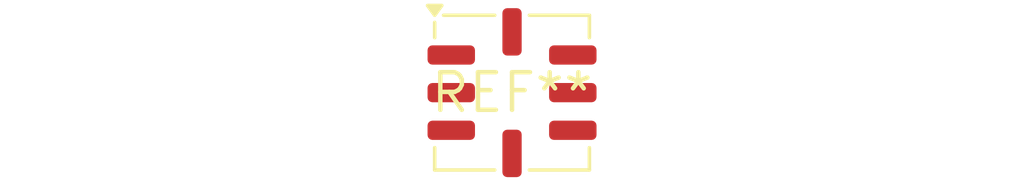
<source format=kicad_pcb>
(kicad_pcb (version 20240108) (generator pcbnew)
  (layers (0 "F.Cu" signal) (31 "B.Cu" signal) (34 "B.Paste" user) (35 "F.Paste" user) (36 "B.SilkS" user "B.Silkscreen") (37 "F.SilkS" user "F.Silkscreen") (38 "B.Mask" user) (39 "F.Mask" user) (44 "Edge.Cuts" user))
  (net 0 "")
  (footprint "Winson_GM-402B_5x5mm_P1.27mm" (layer "F.Cu") (at 0 0)
    (property "Reference" "REF**")
    (property "Value" "Winson_GM-402B_5x5mm_P1.27mm")
    (fp_line (start -2.61 -1.855) (end -2.61 -2.37) (layer "F.SilkS") (stroke (width 0.12)))
    (fp_line (start -2.61 2.61) (end -2.61 1.855) (layer "F.SilkS") (stroke (width 0.12)))
    (fp_line (start -0.585 -2.61) (end -2.31 -2.61) (layer "F.SilkS") (stroke (width 0.12)))
    (fp_line (start -0.585 2.61) (end -2.61 2.61) (layer "F.SilkS") (stroke (width 0.12)))
    (fp_line (start 0.585 -2.61) (end 2.61 -2.61) (layer "F.SilkS") (stroke (width 0.12)))
    (fp_line (start 0.585 2.61) (end 2.61 2.61) (layer "F.SilkS") (stroke (width 0.12)))
    (fp_line (start 2.61 -2.61) (end 2.61 -1.855) (layer "F.SilkS") (stroke (width 0.12)))
    (fp_line (start 2.61 2.61) (end 2.61 1.855) (layer "F.SilkS") (stroke (width 0.12)))
    (fp_poly (pts (xy -2.61 -2.61) (xy -2.85 -2.94) (xy -2.37 -2.94) (xy -2.61 -2.61)) (layer "F.SilkS") (stroke (width 0.12)) (fill solid))
    (pad "1" smd roundrect (at -2.05 -1.27) (size 1.6 0.65) (layers "F.Cu" "F.Paste" "F.Mask"))
    (pad "2" smd roundrect (at -2.05 0) (size 1.6 0.65) (layers "F.Cu" "F.Paste" "F.Mask"))
    (pad "3" smd roundrect (at -2.05 1.27) (size 1.6 0.65) (layers "F.Cu" "F.Paste" "F.Mask"))
    (pad "4" smd roundrect (at 0 2.05) (size 0.65 1.6) (layers "F.Cu" "F.Paste" "F.Mask"))
    (pad "5" smd roundrect (at 2.05 1.27) (size 1.6 0.65) (layers "F.Cu" "F.Paste" "F.Mask"))
    (pad "6" smd roundrect (at 2.05 0) (size 1.6 0.65) (layers "F.Cu" "F.Paste" "F.Mask"))
    (pad "7" smd roundrect (at 2.05 -1.27) (size 1.6 0.65) (layers "F.Cu" "F.Paste" "F.Mask"))
    (pad "8" smd roundrect (at 0 -2.05) (size 0.65 1.6) (layers "F.Cu" "F.Paste" "F.Mask"))
  )
)
</source>
